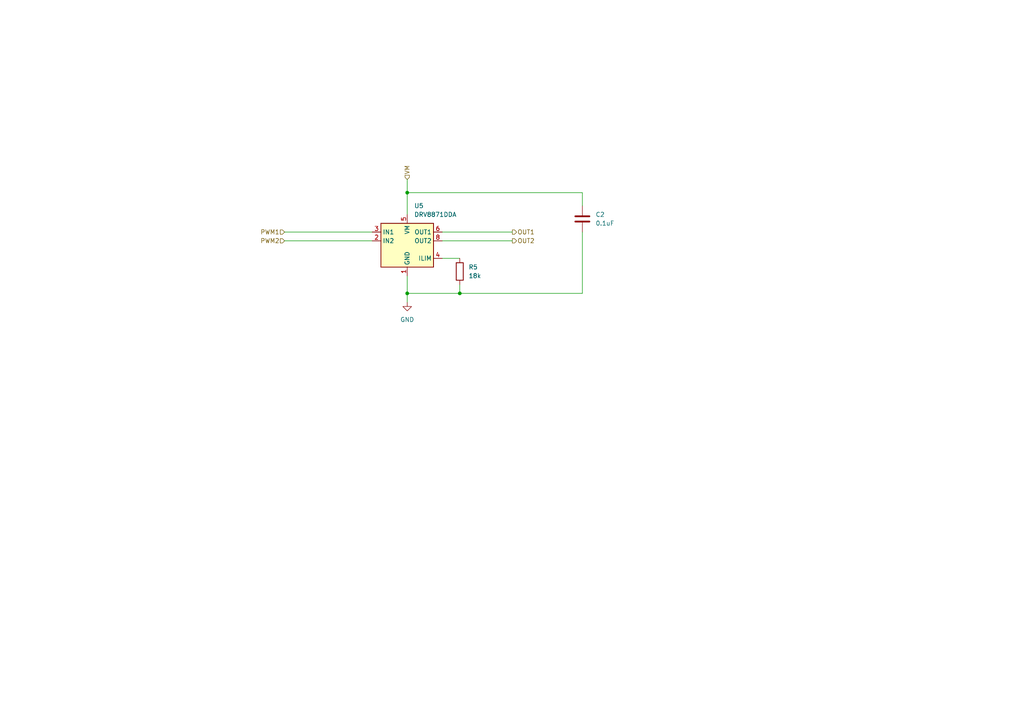
<source format=kicad_sch>
(kicad_sch (version 20211123) (generator eeschema)
  (paper "A4")
  (lib_symbols
    (symbol "Device:C" (pin_numbers hide) (pin_names (offset 0.254))
      (property "Reference" "C" (at 0.635 2.54 0))
      (property "Value" "C" (at 0.635 -2.54 0))
      (symbol "C_0_1"
        (polyline (pts (xy -2.032 -0.762) (xy 2.032 -0.762)) (stroke (width 0.508)))
        (polyline (pts (xy -2.032 0.762) (xy 2.032 0.762)) (stroke (width 0.508)))
      )
      (symbol "C_1_1"
        (pin passive line (at 0 3.81 270) (length 2.794) (name "~") (number "1"))
        (pin passive line (at 0 -3.81 90) (length 2.794) (name "~") (number "2"))
      )
    )
    (symbol "Device:R" (pin_numbers hide) (pin_names (offset 0))
      (property "Reference" "R" (at 2.032 0 90))
      (property "Value" "R" (at 0 0 90))
      (symbol "R_0_1"
        (rectangle (start -1.016 -2.54) (end 1.016 2.54) (stroke (width 0.254)))
      )
      (symbol "R_1_1"
        (pin passive line (at 0 3.81 270) (length 1.27) (name "~") (number "1"))
        (pin passive line (at 0 -3.81 90) (length 1.27) (name "~") (number "2"))
      )
    )
    (symbol "Driver_Motor:DRV8871DDA"
      (property "Reference" "U" (at -6.35 6.35 0))
      (property "Value" "DRV8871DDA" (at 8.89 6.35 0))
      (symbol "DRV8871DDA_0_1"
        (rectangle (start -7.62 5.08) (end 7.62 -7.62) (stroke (width 0.254)) (fill (type background)))
      )
      (symbol "DRV8871DDA_1_1"
        (pin power_in line (at 0 -10.16 90) (length 2.54) (name "GND") (number "1"))
        (pin input line (at -10.16 0 0) (length 2.54) (name "IN2") (number "2"))
        (pin input line (at -10.16 2.54 0) (length 2.54) (name "IN1") (number "3"))
        (pin passive line (at 10.16 -5.08 180) (length 2.54) (name "ILIM") (number "4"))
        (pin power_in line (at 0 7.62 270) (length 2.54) (name "VM") (number "5"))
        (pin output line (at 10.16 2.54 180) (length 2.54) (name "OUT1") (number "6"))
        (pin passive line (at 0 -10.16 90) (length 2.54) hide (name "GND") (number "7"))
        (pin output line (at 10.16 0 180) (length 2.54) (name "OUT2") (number "8"))
        (pin passive line (at 0 -10.16 90) (length 2.54) hide (name "GND") (number "9"))
      )
    )
    (symbol "power:GND" (power) (pin_names (offset 0))
      (property "Value" "GND" (at 0 -3.81 0))
      (symbol "GND_0_1"
        (polyline (pts (xy 0 0) (xy 0 -1.27) (xy 1.27 -1.27) (xy 0 -2.54) (xy -1.27 -1.27) (xy 0 -1.27)))
      )
      (symbol "GND_1_1"
        (pin power_in line (at 0 0 270) (length 0) hide (name "GND") (number "1"))
      )
    )
  )
  (junction (at 118.11 55.88))
  (junction (at 133.35 85.09))
  (junction (at 118.11 85.09))
  (wire (pts (xy 128.27 74.93) (xy 133.35 74.93)))
  (wire (pts (xy 168.91 67.31) (xy 168.91 85.09)))
  (wire (pts (xy 118.11 55.88) (xy 168.91 55.88)))
  (wire (pts (xy 118.11 55.88) (xy 118.11 62.23)))
  (wire (pts (xy 118.11 85.09) (xy 118.11 87.63)))
  (wire (pts (xy 128.27 67.31) (xy 148.59 67.31)))
  (wire (pts (xy 82.55 67.31) (xy 107.95 67.31)))
  (wire (pts (xy 118.11 80.01) (xy 118.11 85.09)))
  (wire (pts (xy 82.55 69.85) (xy 107.95 69.85)))
  (wire (pts (xy 128.27 69.85) (xy 148.59 69.85)))
  (wire (pts (xy 168.91 59.69) (xy 168.91 55.88)))
  (wire (pts (xy 118.11 85.09) (xy 133.35 85.09)))
  (wire (pts (xy 118.11 52.07) (xy 118.11 55.88)))
  (wire (pts (xy 133.35 85.09) (xy 133.35 82.55)))
  (wire (pts (xy 168.91 85.09) (xy 133.35 85.09)))
  (hierarchical_label "PWM2" (shape input) (at 82.55 69.85 180))
  (hierarchical_label "OUT2" (shape output) (at 148.59 69.85 0))
  (hierarchical_label "VM" (shape input) (at 118.11 52.07 90))
  (hierarchical_label "OUT1" (shape output) (at 148.59 67.31 0))
  (hierarchical_label "PWM1" (shape input) (at 82.55 67.31 180))
  (symbol (lib_id "Device:R") (at 133.35 78.74 0)
    (property "Reference" "R5" (at 135.89 77.4699 0) (effects (justify left)))
    (property "Value" "18k" (at 135.89 80.0099 0) (effects (justify left)))
    (property "Footprint" "Resistor_SMD:R_1206_3216Metric" (effects hide))
  )
  (symbol (lib_id "Device:C") (at 168.91 63.5 0)
    (property "Reference" "C2" (at 172.72 62.2299 0) (effects (justify left)))
    (property "Value" "0.1uF" (at 172.72 64.7699 0) (effects (justify left)))
    (property "Footprint" "Capacitor_SMD:C_0805_2012Metric" (effects hide))
  )
  (symbol (lib_id "Driver_Motor:DRV8871DDA") (at 118.11 69.85 0)
    (property "Reference" "U5" (at 120.1294 59.69 0) (effects (justify left)))
    (property "Value" "DRV8871DDA" (at 120.1294 62.23 0) (effects (justify left)))
    (property "Footprint" "Package_SO:Texas_HTSOP-8-1EP_3.9x4.9mm_P1.27mm_EP2.95x4.9mm_Mask2.4x3.1mm_ThermalVias" (effects hide))
    (property "Datasheet" "http://www.ti.com/lit/ds/symlink/drv8871.pdf" (effects hide))
  )
  (symbol (lib_id "power:GND") (at 118.11 87.63 0)
    (property "Reference" "#PWR031" (effects hide))
    (property "Value" "GND" (at 118.11 92.71 0))
  )
)
</source>
